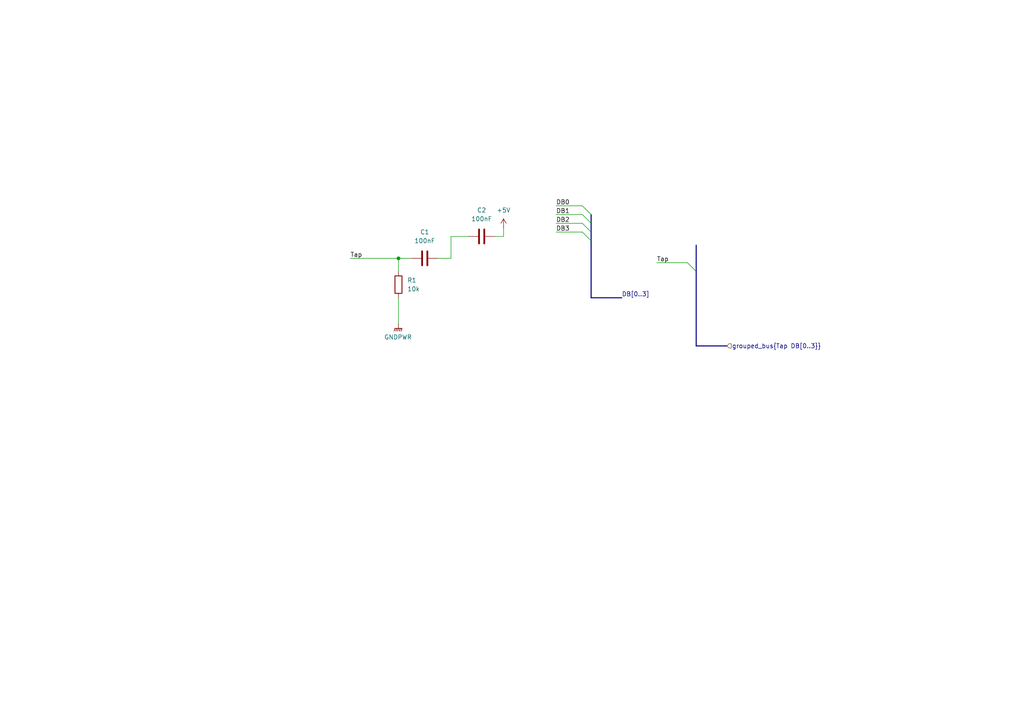
<source format=kicad_sch>
(kicad_sch (version 20231120) (generator "eeschema") (generator_version "8.0")
  (paper "A4")
  (lib_symbols
    (symbol "Device:C" (pin_numbers hide) (pin_names (offset 0.254))
      (property "Reference" "C" (at 0.635 2.54 0))
      (property "Value" "C" (at 0.635 -2.54 0))
      (symbol "C_0_1"
        (polyline (pts (xy -2.032 -0.762) (xy 2.032 -0.762)) (stroke (width 0.508)))
        (polyline (pts (xy -2.032 0.762) (xy 2.032 0.762)) (stroke (width 0.508)))
      )
      (symbol "C_1_1"
        (pin passive line (at 0 3.81 270) (length 2.794) (name "~") (number "1"))
        (pin passive line (at 0 -3.81 90) (length 2.794) (name "~") (number "2"))
      )
    )
    (symbol "Device:R" (pin_numbers hide) (pin_names (offset 0))
      (property "Reference" "R" (at 2.032 0 90))
      (property "Value" "R" (at 0 0 90))
      (symbol "R_0_1"
        (rectangle (start -1.016 -2.54) (end 1.016 2.54) (stroke (width 0.254)))
      )
      (symbol "R_1_1"
        (pin passive line (at 0 3.81 270) (length 1.27) (name "~") (number "1"))
        (pin passive line (at 0 -3.81 90) (length 1.27) (name "~") (number "2"))
      )
    )
    (symbol "power:+5V" (power) (pin_numbers hide) (pin_names (offset 0) hide)
      (property "Value" "+5V" (at 0 3.556 0))
      (symbol "+5V_0_1"
        (polyline (pts (xy -0.762 1.27) (xy 0 2.54)))
        (polyline (pts (xy 0 0) (xy 0 2.54)))
        (polyline (pts (xy 0 2.54) (xy 0.762 1.27)))
      )
      (symbol "+5V_1_1"
        (pin power_in line (at 0 0 90) (length 0) (name "~") (number "1"))
      )
    )
    (symbol "power:GNDPWR" (power) (pin_numbers hide) (pin_names (offset 0) hide)
      (property "Value" "GNDPWR" (at 0 -3.302 0))
      (symbol "GNDPWR_0_1"
        (polyline (pts (xy 0 -1.27) (xy 0 0)))
        (polyline (pts (xy -1.016 -1.27) (xy -1.27 -2.032) (xy -1.27 -2.032)) (stroke (width 0.2032)))
        (polyline (pts (xy -0.508 -1.27) (xy -0.762 -2.032) (xy -0.762 -2.032)) (stroke (width 0.2032)))
        (polyline (pts (xy 0 -1.27) (xy -0.254 -2.032) (xy -0.254 -2.032)) (stroke (width 0.2032)))
        (polyline (pts (xy 0.508 -1.27) (xy 0.254 -2.032) (xy 0.254 -2.032)) (stroke (width 0.2032)))
        (polyline (pts (xy 1.016 -1.27) (xy -1.016 -1.27) (xy -1.016 -1.27)) (stroke (width 0.2032)))
        (polyline (pts (xy 1.016 -1.27) (xy 0.762 -2.032) (xy 0.762 -2.032) (xy 0.762 -2.032)) (stroke (width 0.2032)))
      )
      (symbol "GNDPWR_1_1"
        (pin power_in line (at 0 0 270) (length 0) (name "~") (number "1"))
      )
    )
  )
  (junction (at 115.57 74.93))
  (bus_entry (at 199.39 76.2) (size 2.54 2.54))
  (bus_entry (at 168.91 67.31) (size 2.54 2.54))
  (bus_entry (at 168.91 59.69) (size 2.54 2.54))
  (bus_entry (at 168.91 64.77) (size 2.54 2.54))
  (bus_entry (at 168.91 62.23) (size 2.54 2.54))
  (wire (pts (xy 119.38 74.93) (xy 115.57 74.93)))
  (wire (pts (xy 130.81 68.58) (xy 130.81 74.93)))
  (wire (pts (xy 161.29 59.69) (xy 168.91 59.69)))
  (wire (pts (xy 135.89 68.58) (xy 130.81 68.58)))
  (wire (pts (xy 146.05 66.04) (xy 146.05 68.58)))
  (wire (pts (xy 101.6 74.93) (xy 115.57 74.93)))
  (bus (pts (xy 201.93 100.33) (xy 210.82 100.33)))
  (bus (pts (xy 171.45 67.31) (xy 171.45 69.85)))
  (wire (pts (xy 161.29 62.23) (xy 168.91 62.23)))
  (wire (pts (xy 161.29 67.31) (xy 168.91 67.31)))
  (wire (pts (xy 190.5 76.2) (xy 199.39 76.2)))
  (wire (pts (xy 115.57 86.36) (xy 115.57 93.98)))
  (wire (pts (xy 115.57 74.93) (xy 115.57 78.74)))
  (bus (pts (xy 171.45 64.77) (xy 171.45 67.31)))
  (bus (pts (xy 201.93 71.12) (xy 201.93 78.74)))
  (bus (pts (xy 171.45 69.85) (xy 171.45 86.36)))
  (wire (pts (xy 130.81 74.93) (xy 127 74.93)))
  (wire (pts (xy 161.29 64.77) (xy 168.91 64.77)))
  (bus (pts (xy 201.93 78.74) (xy 201.93 100.33)))
  (bus (pts (xy 171.45 62.23) (xy 171.45 64.77)))
  (bus (pts (xy 171.45 86.36) (xy 180.34 86.36)))
  (wire (pts (xy 146.05 68.58) (xy 143.51 68.58)))
  (label "DB[0..3]" (at 180.34 86.36 0))
  (label "DB2" (at 161.29 64.77 0))
  (label "DB1" (at 161.29 62.23 0))
  (label "Tap" (at 190.5 76.2 0))
  (label "DB0" (at 161.29 59.69 0))
  (label "Tap" (at 101.6 74.93 0))
  (label "DB3" (at 161.29 67.31 0))
  (hierarchical_label "grouped_bus{Tap DB[0..3}}" (shape input) (at 210.82 100.33 0))
  (symbol (lib_id "Device:C") (at 139.7 68.58 90) (unit 1)
    (property "Reference" "C2" (at 139.7 60.96 90))
    (property "Value" "100nF" (at 139.7 63.5 90))
    (property "Description" "Unpolarized capacitor" (effects (hide yes)))
  )
  (symbol (lib_id "Device:C") (at 123.19 74.93 90) (unit 1)
    (property "Reference" "C1" (at 123.19 67.31 90))
    (property "Value" "100nF" (at 123.19 69.85 90))
    (property "Description" "Unpolarized capacitor" (effects (hide yes)))
  )
  (symbol (lib_id "power:+5V") (at 146.05 66.04 0) (unit 1)
    (property "Reference" "#PWR02" (effects (hide yes)))
    (property "Value" "+5V" (at 146.05 60.96 0))
    (property "Description" "Power symbol creates a global label with name \"+5V\"" (effects (hide yes)))
  )
  (symbol (lib_id "Device:R") (at 115.57 82.55 0) (unit 1)
    (property "Reference" "R1" (at 118.11 81.2799 0) (effects (justify left)))
    (property "Value" "10k" (at 118.11 83.8199 0) (effects (justify left)))
    (property "Description" "Resistor" (effects (hide yes)))
  )
  (symbol (lib_id "power:GNDPWR") (at 115.57 93.98 0) (unit 1)
    (property "Reference" "#PWR01" (effects (hide yes)))
    (property "Value" "GNDPWR" (at 115.443 97.79 0))
    (property "Description" "Power symbol creates a global label with name \"GNDPWR\" , global ground" (effects (hide yes)))
  )
)
</source>
